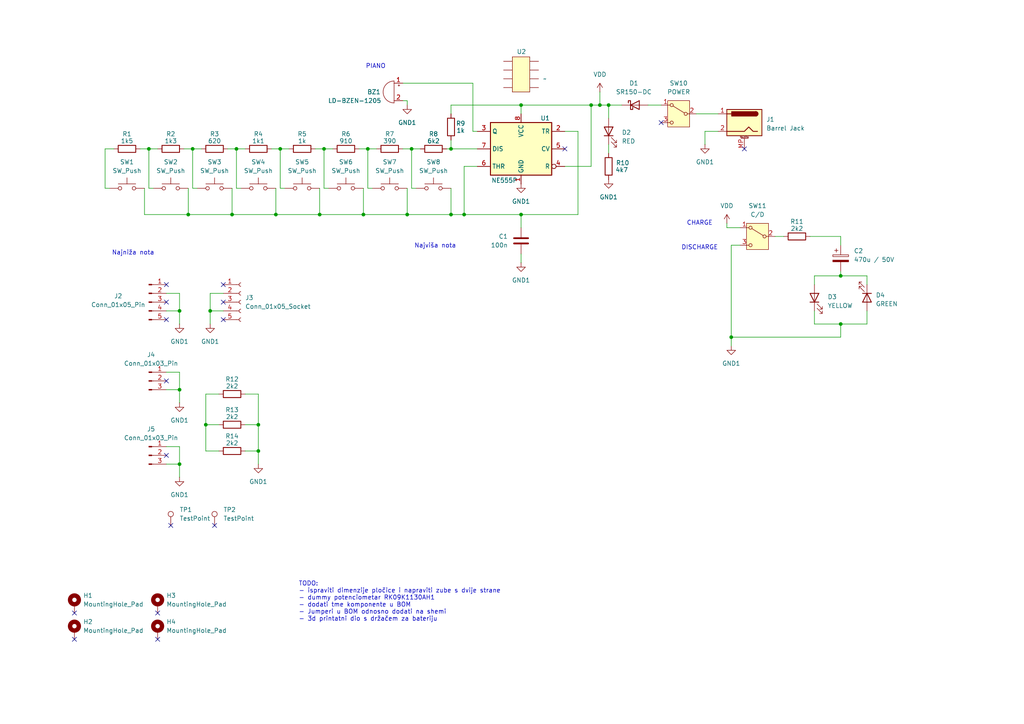
<source format=kicad_sch>
(kicad_sch (version 20250114) (generator "eeschema") (generator_version "9.0")
  (paper "A4")
  (lib_symbols
    (symbol "Connector:Barrel_Jack_MountingPin" (pin_names (hide yes))
      (property "Reference" "J" (at 0 5.334 0))
      (property "Value" "Barrel_Jack_MountingPin" (at 1.27 -6.35 0))
      (symbol "Barrel_Jack_MountingPin_0_1"
        (rectangle (start -5.08 3.81) (end 5.08 -3.81) (stroke (width 0.254)) (fill (type background)))
        (polyline (pts (xy -3.81 -2.54) (xy -2.54 -2.54) (xy -1.27 -1.27) (xy 0 -2.54) (xy 2.54 -2.54) (xy 5.08 -2.54)) (stroke (width 0.254)))
        (arc (start -3.302 1.905) (mid -3.9343 2.54) (end -3.302 3.175) (stroke (width 0.254)))
        (arc (start -3.302 1.905) (mid -3.9343 2.54) (end -3.302 3.175) (stroke (width 0.254)) (fill (type outline)))
        (rectangle (start 3.683 3.175) (end -3.302 1.905) (stroke (width 0.254)) (fill (type outline)))
        (polyline (pts (xy 5.08 2.54) (xy 3.81 2.54)) (stroke (width 0.254)))
      )
      (symbol "Barrel_Jack_MountingPin_1_1"
        (polyline (pts (xy -1.016 -4.572) (xy 1.016 -4.572)) (stroke (width 0.1524)))
        (text "Mounting" (at 0 -4.191 0) (effects (font (size 0.381 0.381))))
        (pin passive line (at 0 -7.62 90) (length 3.048) (name "MountPin") (number "MP"))
        (pin passive line (at 7.62 2.54 180) (length 2.54) (name "~") (number "1"))
        (pin passive line (at 7.62 -2.54 180) (length 2.54) (name "~") (number "2"))
      )
    )
    (symbol "Connector:Conn_01x03_Pin" (pin_names (offset 1.016) (hide yes))
      (property "Reference" "J" (at 0 5.08 0))
      (property "Value" "Conn_01x03_Pin" (at 0 -5.08 0))
      (symbol "Conn_01x03_Pin_1_1"
        (rectangle (start 0.8636 2.667) (end 0 2.413) (stroke (width 0.1524)) (fill (type outline)))
        (rectangle (start 0.8636 0.127) (end 0 -0.127) (stroke (width 0.1524)) (fill (type outline)))
        (rectangle (start 0.8636 -2.413) (end 0 -2.667) (stroke (width 0.1524)) (fill (type outline)))
        (polyline (pts (xy 1.27 2.54) (xy 0.8636 2.54)) (stroke (width 0.1524)))
        (polyline (pts (xy 1.27 0) (xy 0.8636 0)) (stroke (width 0.1524)))
        (polyline (pts (xy 1.27 -2.54) (xy 0.8636 -2.54)) (stroke (width 0.1524)))
        (pin passive line (at 5.08 2.54 180) (length 3.81) (name "Pin_1") (number "1"))
        (pin passive line (at 5.08 0 180) (length 3.81) (name "Pin_2") (number "2"))
        (pin passive line (at 5.08 -2.54 180) (length 3.81) (name "Pin_3") (number "3"))
      )
    )
    (symbol "Connector:Conn_01x05_Pin" (pin_names (offset 1.016) (hide yes))
      (property "Reference" "J" (at 0 7.62 0))
      (property "Value" "Conn_01x05_Pin" (at 0 -7.62 0))
      (symbol "Conn_01x05_Pin_1_1"
        (rectangle (start 0.8636 5.207) (end 0 4.953) (stroke (width 0.1524)) (fill (type outline)))
        (rectangle (start 0.8636 2.667) (end 0 2.413) (stroke (width 0.1524)) (fill (type outline)))
        (rectangle (start 0.8636 0.127) (end 0 -0.127) (stroke (width 0.1524)) (fill (type outline)))
        (rectangle (start 0.8636 -2.413) (end 0 -2.667) (stroke (width 0.1524)) (fill (type outline)))
        (rectangle (start 0.8636 -4.953) (end 0 -5.207) (stroke (width 0.1524)) (fill (type outline)))
        (polyline (pts (xy 1.27 5.08) (xy 0.8636 5.08)) (stroke (width 0.1524)))
        (polyline (pts (xy 1.27 2.54) (xy 0.8636 2.54)) (stroke (width 0.1524)))
        (polyline (pts (xy 1.27 0) (xy 0.8636 0)) (stroke (width 0.1524)))
        (polyline (pts (xy 1.27 -2.54) (xy 0.8636 -2.54)) (stroke (width 0.1524)))
        (polyline (pts (xy 1.27 -5.08) (xy 0.8636 -5.08)) (stroke (width 0.1524)))
        (pin passive line (at 5.08 5.08 180) (length 3.81) (name "Pin_1") (number "1"))
        (pin passive line (at 5.08 2.54 180) (length 3.81) (name "Pin_2") (number "2"))
        (pin passive line (at 5.08 0 180) (length 3.81) (name "Pin_3") (number "3"))
        (pin passive line (at 5.08 -2.54 180) (length 3.81) (name "Pin_4") (number "4"))
        (pin passive line (at 5.08 -5.08 180) (length 3.81) (name "Pin_5") (number "5"))
      )
    )
    (symbol "Connector:Conn_01x05_Socket" (pin_names (offset 1.016) (hide yes))
      (property "Reference" "J" (at 0 7.62 0))
      (property "Value" "Conn_01x05_Socket" (at 0 -7.62 0))
      (symbol "Conn_01x05_Socket_1_1"
        (polyline (pts (xy -1.27 5.08) (xy -0.508 5.08)) (stroke (width 0.1524)))
        (polyline (pts (xy -1.27 2.54) (xy -0.508 2.54)) (stroke (width 0.1524)))
        (polyline (pts (xy -1.27 0) (xy -0.508 0)) (stroke (width 0.1524)))
        (polyline (pts (xy -1.27 -2.54) (xy -0.508 -2.54)) (stroke (width 0.1524)))
        (polyline (pts (xy -1.27 -5.08) (xy -0.508 -5.08)) (stroke (width 0.1524)))
        (arc (start 0 4.572) (mid -0.5058 5.08) (end 0 5.588) (stroke (width 0.1524)))
        (arc (start 0 2.032) (mid -0.5058 2.54) (end 0 3.048) (stroke (width 0.1524)))
        (arc (start 0 -0.508) (mid -0.5058 0) (end 0 0.508) (stroke (width 0.1524)))
        (arc (start 0 -3.048) (mid -0.5058 -2.54) (end 0 -2.032) (stroke (width 0.1524)))
        (arc (start 0 -5.588) (mid -0.5058 -5.08) (end 0 -4.572) (stroke (width 0.1524)))
        (pin passive line (at -5.08 5.08 0) (length 3.81) (name "Pin_1") (number "1"))
        (pin passive line (at -5.08 2.54 0) (length 3.81) (name "Pin_2") (number "2"))
        (pin passive line (at -5.08 0 0) (length 3.81) (name "Pin_3") (number "3"))
        (pin passive line (at -5.08 -2.54 0) (length 3.81) (name "Pin_4") (number "4"))
        (pin passive line (at -5.08 -5.08 0) (length 3.81) (name "Pin_5") (number "5"))
      )
    )
    (symbol "Connector:TestPoint" (pin_numbers (hide yes)) (pin_names (offset 0.762) (hide yes))
      (property "Reference" "TP" (at 0 6.858 0))
      (property "Value" "TestPoint" (at 0 5.08 0))
      (symbol "TestPoint_0_1"
        (circle (center 0 3.302) (radius 0.762))
      )
      (symbol "TestPoint_1_1"
        (pin passive line (at 0 0 90) (length 2.54) (name "1") (number "1"))
      )
    )
    (symbol "Device:Buzzer" (pin_names (offset 0.0254) (hide yes))
      (property "Reference" "BZ" (at 3.81 1.27 0))
      (property "Value" "Buzzer" (at 3.81 -1.27 0))
      (symbol "Buzzer_0_1"
        (polyline (pts (xy -1.651 1.905) (xy -1.143 1.905)))
        (polyline (pts (xy -1.397 2.159) (xy -1.397 1.651)))
        (arc (start 0 3.175) (mid 3.1612 0) (end 0 -3.175))
        (polyline (pts (xy 0 3.175) (xy 0 -3.175)))
      )
      (symbol "Buzzer_1_1"
        (pin passive line (at -2.54 2.54 0) (length 2.54) (name "+") (number "1"))
        (pin passive line (at -2.54 -2.54 0) (length 2.54) (name "-") (number "2"))
      )
    )
    (symbol "Device:C" (pin_numbers (hide yes)) (pin_names (offset 0.254))
      (property "Reference" "C" (at 0.635 2.54 0))
      (property "Value" "C" (at 0.635 -2.54 0))
      (symbol "C_0_1"
        (polyline (pts (xy -2.032 0.762) (xy 2.032 0.762)) (stroke (width 0.508)))
        (polyline (pts (xy -2.032 -0.762) (xy 2.032 -0.762)) (stroke (width 0.508)))
      )
      (symbol "C_1_1"
        (pin passive line (at 0 3.81 270) (length 2.794) (name "~") (number "1"))
        (pin passive line (at 0 -3.81 90) (length 2.794) (name "~") (number "2"))
      )
    )
    (symbol "Device:C_Polarized" (pin_numbers (hide yes)) (pin_names (offset 0.254))
      (property "Reference" "C" (at 0.635 2.54 0))
      (property "Value" "C_Polarized" (at 0.635 -2.54 0))
      (symbol "C_Polarized_0_1"
        (rectangle (start -2.286 0.508) (end 2.286 1.016))
        (polyline (pts (xy -1.778 2.286) (xy -0.762 2.286)))
        (polyline (pts (xy -1.27 2.794) (xy -1.27 1.778)))
        (rectangle (start 2.286 -0.508) (end -2.286 -1.016) (fill (type outline)))
      )
      (symbol "C_Polarized_1_1"
        (pin passive line (at 0 3.81 270) (length 2.794) (name "~") (number "1"))
        (pin passive line (at 0 -3.81 90) (length 2.794) (name "~") (number "2"))
      )
    )
    (symbol "Device:D_Schottky" (pin_numbers (hide yes)) (pin_names (offset 1.016) (hide yes))
      (property "Reference" "D" (at 0 2.54 0))
      (property "Value" "D_Schottky" (at 0 -2.54 0))
      (symbol "D_Schottky_0_1"
        (polyline (pts (xy -1.905 0.635) (xy -1.905 1.27) (xy -1.27 1.27) (xy -1.27 -1.27) (xy -0.635 -1.27) (xy -0.635 -0.635)) (stroke (width 0.254)))
        (polyline (pts (xy 1.27 1.27) (xy 1.27 -1.27) (xy -1.27 0) (xy 1.27 1.27)) (stroke (width 0.254)))
        (polyline (pts (xy 1.27 0) (xy -1.27 0)))
      )
      (symbol "D_Schottky_1_1"
        (pin passive line (at -3.81 0 0) (length 2.54) (name "K") (number "1"))
        (pin passive line (at 3.81 0 180) (length 2.54) (name "A") (number "2"))
      )
    )
    (symbol "Device:LED" (pin_numbers (hide yes)) (pin_names (offset 1.016) (hide yes))
      (property "Reference" "D" (at 0 2.54 0))
      (property "Value" "LED" (at 0 -2.54 0))
      (symbol "LED_0_1"
        (polyline (pts (xy -3.048 -0.762) (xy -4.572 -2.286) (xy -3.81 -2.286) (xy -4.572 -2.286) (xy -4.572 -1.524)))
        (polyline (pts (xy -1.778 -0.762) (xy -3.302 -2.286) (xy -2.54 -2.286) (xy -3.302 -2.286) (xy -3.302 -1.524)))
        (polyline (pts (xy -1.27 0) (xy 1.27 0)))
        (polyline (pts (xy -1.27 -1.27) (xy -1.27 1.27)) (stroke (width 0.254)))
        (polyline (pts (xy 1.27 -1.27) (xy 1.27 1.27) (xy -1.27 0) (xy 1.27 -1.27)) (stroke (width 0.254)))
      )
      (symbol "LED_1_1"
        (pin passive line (at -3.81 0 0) (length 2.54) (name "K") (number "1"))
        (pin passive line (at 3.81 0 180) (length 2.54) (name "A") (number "2"))
      )
    )
    (symbol "Device:R" (pin_numbers (hide yes)) (pin_names (offset 0))
      (property "Reference" "R" (at 2.032 0 90))
      (property "Value" "R" (at 0 0 90))
      (symbol "R_0_1"
        (rectangle (start -1.016 -2.54) (end 1.016 2.54) (stroke (width 0.254)))
      )
      (symbol "R_1_1"
        (pin passive line (at 0 3.81 270) (length 1.27) (name "~") (number "1"))
        (pin passive line (at 0 -3.81 90) (length 1.27) (name "~") (number "2"))
      )
    )
    (symbol "Mechanical:MountingHole_Pad" (pin_numbers (hide yes)) (pin_names (offset 1.016) (hide yes)) (in_bom no)
      (property "Reference" "H" (at 0 6.35 0))
      (property "Value" "MountingHole_Pad" (at 0 4.445 0))
      (symbol "MountingHole_Pad_0_1"
        (circle (center 0 1.27) (radius 1.27) (stroke (width 1.27)))
      )
      (symbol "MountingHole_Pad_1_1"
        (pin input line (at 0 -2.54 90) (length 2.54) (name "1") (number "1"))
      )
    )
    (symbol "Switch:SW_Push" (pin_numbers (hide yes)) (pin_names (offset 1.016) (hide yes))
      (property "Reference" "SW" (at 1.27 2.54 0))
      (property "Value" "SW_Push" (at 0 -1.524 0))
      (symbol "SW_Push_0_1"
        (circle (center -2.032 0) (radius 0.508))
        (polyline (pts (xy 0 1.27) (xy 0 3.048)))
        (circle (center 2.032 0) (radius 0.508))
        (polyline (pts (xy 2.54 1.27) (xy -2.54 1.27)))
        (pin passive line (at -5.08 0 0) (length 2.54) (name "1") (number "1"))
        (pin passive line (at 5.08 0 180) (length 2.54) (name "2") (number "2"))
      )
    )
    (symbol "Switch:SW_SPDT" (pin_names (offset 0) (hide yes))
      (property "Reference" "SW" (at 0 5.08 0))
      (property "Value" "SW_SPDT" (at 0 -5.08 0))
      (symbol "SW_SPDT_0_1"
        (circle (center -2.032 0) (radius 0.4572))
        (polyline (pts (xy -1.651 0.254) (xy 1.651 2.286)))
        (circle (center 2.032 2.54) (radius 0.4572))
        (circle (center 2.032 -2.54) (radius 0.4572))
      )
      (symbol "SW_SPDT_1_1"
        (rectangle (start -3.175 3.81) (end 3.175 -3.81) (fill (type background)))
        (pin passive line (at -5.08 0 0) (length 2.54) (name "B") (number "2"))
        (pin passive line (at 5.08 2.54 180) (length 2.54) (name "A") (number "1"))
        (pin passive line (at 5.08 -2.54 180) (length 2.54) (name "C") (number "3"))
      )
    )
    (symbol "Symbols:ICVT-8P" (on_board no)
      (property "Reference" "U" (at 0 -6.35 0))
      (symbol "ICVT-8P_1_1"
        (rectangle (start -2.54 5.08) (end 2.54 -5.08) (fill (type background)))
        (polyline (pts (xy -2.54 3.81) (xy -5.08 3.81)))
        (polyline (pts (xy -2.54 1.27) (xy -5.08 1.27)))
        (polyline (pts (xy -2.54 -1.27) (xy -5.08 -1.27)))
        (polyline (pts (xy -2.54 -3.81) (xy -5.08 -3.81)))
        (polyline (pts (xy 2.54 3.81) (xy 5.08 3.81)))
        (polyline (pts (xy 2.54 1.27) (xy 5.08 1.27)))
        (polyline (pts (xy 2.54 -1.27) (xy 5.08 -1.27)))
        (polyline (pts (xy 2.54 -3.81) (xy 5.08 -3.81)))
      )
    )
    (symbol "Timer:NE555P"
      (property "Reference" "U" (at -10.16 8.89 0))
      (property "Value" "NE555P" (at 2.54 8.89 0))
      (symbol "NE555P_0_0"
        (pin power_in line (at 0 10.16 270) (length 2.54) (name "VCC") (number "8"))
        (pin power_in line (at 0 -10.16 90) (length 2.54) (name "GND") (number "1"))
      )
      (symbol "NE555P_0_1"
        (rectangle (start -8.89 -7.62) (end 8.89 7.62) (stroke (width 0.254)) (fill (type background)))
        (rectangle (start -8.89 -7.62) (end 8.89 7.62) (stroke (width 0.254)) (fill (type background)))
      )
      (symbol "NE555P_1_1"
        (pin input line (at -12.7 5.08 0) (length 3.81) (name "TR") (number "2"))
        (pin input line (at -12.7 0 0) (length 3.81) (name "CV") (number "5"))
        (pin input inverted (at -12.7 -5.08 0) (length 3.81) (name "R") (number "4"))
        (pin output line (at 12.7 5.08 180) (length 3.81) (name "Q") (number "3"))
        (pin input line (at 12.7 0 180) (length 3.81) (name "DIS") (number "7"))
        (pin input line (at 12.7 -5.08 180) (length 3.81) (name "THR") (number "6"))
      )
    )
    (symbol "power:GND1" (power) (pin_numbers (hide yes)) (pin_names (offset 0) (hide yes))
      (property "Value" "GND1" (at 0 -3.81 0))
      (symbol "GND1_0_1"
        (polyline (pts (xy 0 0) (xy 0 -1.27) (xy 1.27 -1.27) (xy 0 -2.54) (xy -1.27 -1.27) (xy 0 -1.27)))
      )
      (symbol "GND1_1_1"
        (pin power_in line (at 0 0 270) (length 0) (name "~") (number "1"))
      )
    )
    (symbol "power:VDD" (power) (pin_numbers (hide yes)) (pin_names (offset 0) (hide yes))
      (property "Value" "VDD" (at 0 3.556 0))
      (symbol "VDD_0_1"
        (polyline (pts (xy -0.762 1.27) (xy 0 2.54)))
        (polyline (pts (xy 0 2.54) (xy 0.762 1.27)))
        (polyline (pts (xy 0 0) (xy 0 2.54)))
      )
      (symbol "VDD_1_1"
        (pin power_in line (at 0 0 90) (length 0) (name "~") (number "1"))
      )
    )
  )
  (text "TODO:\n- ispraviti dimenzije pločice i napraviti zube s dvije strane\n- dummy potenciometar RK09K1130AH1\n- dodati tme komponente u BOM\n- Jumperi u BOM odnosno dodati na shemi\n- 3d printatni dio s držačem za bateriju\n" (at 86.614 174.498 0) (effects (font (size 1.27 1.27)) (justify left)))
  (text "Najniža nota" (at 38.608 73.406 0) (effects (font (size 1.27 1.27))))
  (text "CHARGE" (at 202.946 64.77 0) (effects (font (size 1.27 1.27))))
  (text "DISCHARGE" (at 202.946 71.882 0) (effects (font (size 1.27 1.27))))
  (text "PIANO" (at 108.966 19.304 0) (effects (font (size 1.27 1.27))))
  (text "Najviša nota" (at 126.238 71.374 0) (effects (font (size 1.27 1.27))))
  (junction (at 119.38 43.18))
  (junction (at 52.07 90.17))
  (junction (at 118.11 62.23))
  (junction (at 74.93 123.19))
  (junction (at 92.71 62.23))
  (junction (at 173.99 30.48))
  (junction (at 151.13 30.48))
  (junction (at 134.62 62.23))
  (junction (at 74.93 130.81))
  (junction (at 106.68 43.18))
  (junction (at 43.18 43.18))
  (junction (at 55.88 43.18))
  (junction (at 60.96 90.17))
  (junction (at 243.84 80.01))
  (junction (at 67.31 62.23))
  (junction (at 80.01 62.23))
  (junction (at 68.58 43.18))
  (junction (at 59.69 123.19))
  (junction (at 93.98 43.18))
  (junction (at 176.53 30.48))
  (junction (at 105.41 62.23))
  (junction (at 54.61 62.23))
  (junction (at 52.07 134.62))
  (junction (at 151.13 62.23))
  (junction (at 243.84 93.98))
  (junction (at 130.81 43.18))
  (junction (at 212.09 97.79))
  (junction (at 171.45 30.48))
  (junction (at 81.28 43.18))
  (junction (at 130.81 62.23))
  (junction (at 52.07 113.03))
  (no_connect (at 21.59 177.8))
  (no_connect (at 45.72 185.42))
  (no_connect (at 163.83 43.18))
  (no_connect (at 64.77 82.55))
  (no_connect (at 64.77 87.63))
  (no_connect (at 62.23 152.4))
  (no_connect (at 49.53 152.4))
  (no_connect (at 48.26 87.63))
  (no_connect (at 48.26 82.55))
  (no_connect (at 21.59 185.42))
  (no_connect (at 191.77 35.56))
  (no_connect (at 48.26 132.08))
  (no_connect (at 45.72 177.8))
  (no_connect (at 64.77 92.71))
  (no_connect (at 48.26 92.71))
  (no_connect (at 215.9 43.18))
  (no_connect (at 48.26 110.49))
  (wire (pts (xy 63.5 130.81) (xy 59.69 130.81)))
  (wire (pts (xy 210.82 66.04) (xy 210.82 64.77)))
  (wire (pts (xy 212.09 71.12) (xy 214.63 71.12)))
  (wire (pts (xy 214.63 66.04) (xy 210.82 66.04)))
  (wire (pts (xy 119.38 43.18) (xy 121.92 43.18)))
  (wire (pts (xy 60.96 85.09) (xy 64.77 85.09)))
  (wire (pts (xy 48.26 129.54) (xy 52.07 129.54)))
  (wire (pts (xy 107.95 54.61) (xy 106.68 54.61)))
  (wire (pts (xy 68.58 43.18) (xy 68.58 54.61)))
  (wire (pts (xy 167.64 38.1) (xy 167.64 62.23)))
  (wire (pts (xy 119.38 54.61) (xy 119.38 43.18)))
  (wire (pts (xy 55.88 54.61) (xy 55.88 43.18)))
  (wire (pts (xy 48.26 113.03) (xy 52.07 113.03)))
  (wire (pts (xy 71.12 130.81) (xy 74.93 130.81)))
  (wire (pts (xy 67.31 62.23) (xy 67.31 54.61)))
  (wire (pts (xy 30.48 43.18) (xy 33.02 43.18)))
  (wire (pts (xy 45.72 43.18) (xy 43.18 43.18)))
  (wire (pts (xy 93.98 54.61) (xy 93.98 43.18)))
  (wire (pts (xy 116.84 29.21) (xy 118.11 29.21)))
  (wire (pts (xy 30.48 54.61) (xy 30.48 43.18)))
  (wire (pts (xy 118.11 62.23) (xy 105.41 62.23)))
  (wire (pts (xy 80.01 54.61) (xy 80.01 62.23)))
  (wire (pts (xy 80.01 62.23) (xy 67.31 62.23)))
  (wire (pts (xy 52.07 90.17) (xy 52.07 85.09)))
  (wire (pts (xy 251.46 93.98) (xy 251.46 90.17)))
  (wire (pts (xy 176.53 41.91) (xy 176.53 44.45)))
  (wire (pts (xy 48.26 134.62) (xy 52.07 134.62)))
  (wire (pts (xy 57.15 54.61) (xy 55.88 54.61)))
  (wire (pts (xy 55.88 43.18) (xy 53.34 43.18)))
  (wire (pts (xy 74.93 134.62) (xy 74.93 130.81)))
  (wire (pts (xy 82.55 54.61) (xy 81.28 54.61)))
  (wire (pts (xy 81.28 54.61) (xy 81.28 43.18)))
  (wire (pts (xy 137.16 38.1) (xy 137.16 24.13)))
  (wire (pts (xy 130.81 62.23) (xy 118.11 62.23)))
  (wire (pts (xy 59.69 114.3) (xy 63.5 114.3)))
  (wire (pts (xy 48.26 107.95) (xy 52.07 107.95)))
  (wire (pts (xy 71.12 123.19) (xy 74.93 123.19)))
  (wire (pts (xy 151.13 33.02) (xy 151.13 30.48)))
  (wire (pts (xy 54.61 54.61) (xy 54.61 62.23)))
  (wire (pts (xy 243.84 97.79) (xy 212.09 97.79)))
  (wire (pts (xy 55.88 43.18) (xy 58.42 43.18)))
  (wire (pts (xy 41.91 62.23) (xy 54.61 62.23)))
  (wire (pts (xy 44.45 54.61) (xy 43.18 54.61)))
  (wire (pts (xy 204.47 38.1) (xy 204.47 41.91)))
  (wire (pts (xy 130.81 30.48) (xy 130.81 33.02)))
  (wire (pts (xy 52.07 113.03) (xy 52.07 116.84)))
  (wire (pts (xy 212.09 97.79) (xy 212.09 100.33)))
  (wire (pts (xy 151.13 30.48) (xy 130.81 30.48)))
  (wire (pts (xy 54.61 62.23) (xy 67.31 62.23)))
  (wire (pts (xy 52.07 107.95) (xy 52.07 113.03)))
  (wire (pts (xy 130.81 40.64) (xy 130.81 43.18)))
  (wire (pts (xy 52.07 129.54) (xy 52.07 134.62)))
  (wire (pts (xy 81.28 43.18) (xy 78.74 43.18)))
  (wire (pts (xy 151.13 62.23) (xy 151.13 66.04)))
  (wire (pts (xy 118.11 29.21) (xy 118.11 30.48)))
  (wire (pts (xy 74.93 123.19) (xy 74.93 114.3)))
  (wire (pts (xy 105.41 62.23) (xy 92.71 62.23)))
  (wire (pts (xy 176.53 30.48) (xy 180.34 30.48)))
  (wire (pts (xy 52.07 134.62) (xy 52.07 138.43)))
  (wire (pts (xy 173.99 26.67) (xy 173.99 30.48)))
  (wire (pts (xy 119.38 43.18) (xy 116.84 43.18)))
  (wire (pts (xy 60.96 90.17) (xy 60.96 93.98)))
  (wire (pts (xy 251.46 82.55) (xy 251.46 80.01)))
  (wire (pts (xy 31.75 54.61) (xy 30.48 54.61)))
  (wire (pts (xy 83.82 43.18) (xy 81.28 43.18)))
  (wire (pts (xy 120.65 54.61) (xy 119.38 54.61)))
  (wire (pts (xy 151.13 73.66) (xy 151.13 76.2)))
  (wire (pts (xy 74.93 130.81) (xy 74.93 123.19)))
  (wire (pts (xy 68.58 43.18) (xy 66.04 43.18)))
  (wire (pts (xy 60.96 90.17) (xy 60.96 85.09)))
  (wire (pts (xy 151.13 62.23) (xy 134.62 62.23)))
  (wire (pts (xy 64.77 90.17) (xy 60.96 90.17)))
  (wire (pts (xy 163.83 48.26) (xy 171.45 48.26)))
  (wire (pts (xy 138.43 38.1) (xy 137.16 38.1)))
  (wire (pts (xy 243.84 93.98) (xy 251.46 93.98)))
  (wire (pts (xy 236.22 80.01) (xy 243.84 80.01)))
  (wire (pts (xy 234.95 68.58) (xy 243.84 68.58)))
  (wire (pts (xy 243.84 71.12) (xy 243.84 68.58)))
  (wire (pts (xy 95.25 54.61) (xy 93.98 54.61)))
  (wire (pts (xy 204.47 38.1) (xy 208.28 38.1)))
  (wire (pts (xy 138.43 43.18) (xy 130.81 43.18)))
  (wire (pts (xy 243.84 93.98) (xy 243.84 97.79)))
  (wire (pts (xy 48.26 90.17) (xy 52.07 90.17)))
  (wire (pts (xy 212.09 97.79) (xy 212.09 71.12)))
  (wire (pts (xy 92.71 54.61) (xy 92.71 62.23)))
  (wire (pts (xy 187.96 30.48) (xy 191.77 30.48)))
  (wire (pts (xy 137.16 24.13) (xy 116.84 24.13)))
  (wire (pts (xy 130.81 54.61) (xy 130.81 62.23)))
  (wire (pts (xy 93.98 43.18) (xy 91.44 43.18)))
  (wire (pts (xy 74.93 114.3) (xy 71.12 114.3)))
  (wire (pts (xy 251.46 80.01) (xy 243.84 80.01)))
  (wire (pts (xy 201.93 33.02) (xy 208.28 33.02)))
  (wire (pts (xy 106.68 43.18) (xy 104.14 43.18)))
  (wire (pts (xy 118.11 54.61) (xy 118.11 62.23)))
  (wire (pts (xy 69.85 54.61) (xy 68.58 54.61)))
  (wire (pts (xy 134.62 62.23) (xy 130.81 62.23)))
  (wire (pts (xy 96.52 43.18) (xy 93.98 43.18)))
  (wire (pts (xy 59.69 123.19) (xy 63.5 123.19)))
  (wire (pts (xy 236.22 93.98) (xy 243.84 93.98)))
  (wire (pts (xy 134.62 48.26) (xy 134.62 62.23)))
  (wire (pts (xy 43.18 43.18) (xy 43.18 54.61)))
  (wire (pts (xy 105.41 54.61) (xy 105.41 62.23)))
  (wire (pts (xy 224.79 68.58) (xy 227.33 68.58)))
  (wire (pts (xy 138.43 48.26) (xy 134.62 48.26)))
  (wire (pts (xy 59.69 123.19) (xy 59.69 114.3)))
  (wire (pts (xy 43.18 43.18) (xy 40.64 43.18)))
  (wire (pts (xy 173.99 30.48) (xy 176.53 30.48)))
  (wire (pts (xy 236.22 82.55) (xy 236.22 80.01)))
  (wire (pts (xy 167.64 62.23) (xy 151.13 62.23)))
  (wire (pts (xy 106.68 54.61) (xy 106.68 43.18)))
  (wire (pts (xy 109.22 43.18) (xy 106.68 43.18)))
  (wire (pts (xy 151.13 30.48) (xy 171.45 30.48)))
  (wire (pts (xy 52.07 90.17) (xy 52.07 93.98)))
  (wire (pts (xy 171.45 30.48) (xy 173.99 30.48)))
  (wire (pts (xy 171.45 48.26) (xy 171.45 30.48)))
  (wire (pts (xy 59.69 130.81) (xy 59.69 123.19)))
  (wire (pts (xy 41.91 54.61) (xy 41.91 62.23)))
  (wire (pts (xy 52.07 85.09) (xy 48.26 85.09)))
  (wire (pts (xy 176.53 30.48) (xy 176.53 34.29)))
  (wire (pts (xy 163.83 38.1) (xy 167.64 38.1)))
  (wire (pts (xy 92.71 62.23) (xy 80.01 62.23)))
  (wire (pts (xy 243.84 80.01) (xy 243.84 78.74)))
  (wire (pts (xy 71.12 43.18) (xy 68.58 43.18)))
  (wire (pts (xy 130.81 43.18) (xy 129.54 43.18)))
  (wire (pts (xy 236.22 90.17) (xy 236.22 93.98)))
  (symbol (lib_id "Mechanical:MountingHole_Pad") (at 45.72 175.26 0) (unit 1) (in_bom no)
    (property "Reference" "H3" (at 48.26 172.7199 0) (effects (justify left)))
    (property "Value" "MountingHole_Pad" (at 48.26 175.2599 0) (effects (justify left)))
    (property "Footprint" "MountingHole:MountingHole_3.2mm_M3_Pad_Via" (effects (hide yes)))
    (property "Description" "Mounting Hole with connection" (effects (hide yes)))
  )
  (symbol (lib_id "Device:R") (at 130.81 36.83 0) (mirror x) (unit 1)
    (property "Reference" "R9" (at 133.604 35.814 0))
    (property "Value" "1k" (at 133.604 37.846 0))
    (property "Footprint" "Resistor_THT:R_Axial_DIN0207_L6.3mm_D2.5mm_P10.16mm_Horizontal" (effects (hide yes)))
    (property "Description" "Resistor" (effects (hide yes)))
    (property "TME Part Number" "1/4W1.0K" (effects (hide yes)))
  )
  (symbol (lib_id "Device:R") (at 36.83 43.18 270) (mirror x) (unit 1)
    (property "Reference" "R1" (at 36.83 38.862 90))
    (property "Value" "1k5" (at 36.83 40.894 90))
    (property "Footprint" "Resistor_THT:R_Axial_DIN0207_L6.3mm_D2.5mm_P10.16mm_Horizontal" (effects (hide yes)))
    (property "Description" "Resistor" (effects (hide yes)))
    (property "TME Part Number" "1/4W1.5K" (effects (hide yes)))
  )
  (symbol (lib_id "Device:R") (at 67.31 114.3 270) (mirror x) (unit 1)
    (property "Reference" "R12" (at 67.31 109.982 90))
    (property "Value" "2k2" (at 67.31 112.014 90))
    (property "Footprint" "Resistor_THT:R_Axial_DIN0207_L6.3mm_D2.5mm_P2.54mm_Vertical" (effects (hide yes)))
    (property "Description" "Resistor" (effects (hide yes)))
    (property "TME Part Number" "1/4W2.2K" (effects (hide yes)))
  )
  (symbol (lib_id "power:GND1") (at 60.96 93.98 0) (unit 1)
    (property "Reference" "#PWR010" (effects (hide yes)))
    (property "Value" "GND1" (at 60.96 99.06 0))
    (property "Description" "Power symbol creates a global label with name \"GND1\" , ground" (effects (hide yes)))
  )
  (symbol (lib_id "power:GND1") (at 52.07 138.43 0) (mirror y) (unit 1)
    (property "Reference" "#PWR012" (effects (hide yes)))
    (property "Value" "GND1" (at 52.07 143.51 0))
    (property "Description" "Power symbol creates a global label with name \"GND1\" , ground" (effects (hide yes)))
  )
  (symbol (lib_id "Switch:SW_Push") (at 62.23 54.61 0) (unit 1)
    (property "Reference" "SW3" (at 62.23 46.99 0))
    (property "Value" "SW_Push" (at 62.23 49.53 0))
    (property "Footprint" "Button_Switch_THT:SW_PUSH_6mm_H4.3mm" (effects (hide yes)))
    (property "Description" "Push button switch, generic, two pins" (effects (hide yes)))
    (property "TME Part Number" "TACT-64K-F" (effects (hide yes)))
  )
  (symbol (lib_id "Device:R") (at 113.03 43.18 270) (mirror x) (unit 1)
    (property "Reference" "R7" (at 113.03 38.862 90))
    (property "Value" "390" (at 113.03 40.894 90))
    (property "Footprint" "Resistor_THT:R_Axial_DIN0207_L6.3mm_D2.5mm_P10.16mm_Horizontal" (effects (hide yes)))
    (property "Description" "Resistor" (effects (hide yes)))
    (property "TME Part Number" "CF1/4W-390R" (effects (hide yes)))
  )
  (symbol (lib_id "Device:R") (at 67.31 130.81 270) (mirror x) (unit 1)
    (property "Reference" "R14" (at 67.31 126.492 90))
    (property "Value" "2k2" (at 67.31 128.524 90))
    (property "Footprint" "Resistor_THT:R_Axial_DIN0207_L6.3mm_D2.5mm_P2.54mm_Vertical" (effects (hide yes)))
    (property "Description" "Resistor" (effects (hide yes)))
    (property "TME Part Number" "1/4W2.2K" (effects (hide yes)))
  )
  (symbol (lib_id "Switch:SW_SPDT") (at 196.85 33.02 0) (mirror y) (unit 1)
    (property "Reference" "SW10" (at 196.85 24.13 0))
    (property "Value" "POWER" (at 196.85 26.67 0))
    (property "Footprint" "Footprint:OS102011MS2QN1" (effects (hide yes)))
    (property "Description" "Switch, single pole double throw" (effects (hide yes)))
    (property "TME Part Number" "OS102011MS2QN1" (effects (hide yes)))
  )
  (symbol (lib_id "Connector:Conn_01x05_Pin") (at 43.18 87.63 0) (unit 1)
    (property "Reference" "J2" (at 34.29 85.852 0))
    (property "Value" "Conn_01x05_Pin" (at 34.29 88.392 0))
    (property "Footprint" "Connector_PinHeader_2.54mm:PinHeader_1x05_P2.54mm_Horizontal" (effects (hide yes)))
    (property "Description" "Generic connector, single row, 01x05, script generated" (effects (hide yes)))
  )
  (symbol (lib_id "Timer:NE555P") (at 151.13 43.18 0) (mirror y) (unit 1)
    (property "Reference" "U1" (at 159.512 34.29 0) (effects (justify left)))
    (property "Value" "NE555P" (at 150.114 52.324 0) (effects (justify left)))
    (property "Footprint" "Footprint:DIP-8_W7.62mm-socket" (effects (hide yes)))
    (property "Datasheet" "http://www.ti.com/lit/ds/symlink/ne555.pdf" (effects (hide yes)))
    (property "Description" "Precision Timers, 555 compatible,  PDIP-8" (effects (hide yes)))
    (property "TME Part Number" "NE555P" (effects (hide yes)))
  )
  (symbol (lib_id "power:GND1") (at 52.07 93.98 0) (mirror y) (unit 1)
    (property "Reference" "#PWR09" (effects (hide yes)))
    (property "Value" "GND1" (at 52.07 99.06 0))
    (property "Description" "Power symbol creates a global label with name \"GND1\" , ground" (effects (hide yes)))
  )
  (symbol (lib_id "Device:LED") (at 236.22 86.36 90) (unit 1)
    (property "Reference" "D3" (at 240.03 86.106 90) (effects (justify right)))
    (property "Value" "YELLOW" (at 240.03 88.646 90) (effects (justify right)))
    (property "Footprint" "LED_THT:LED_D5.0mm" (effects (hide yes)))
    (property "Description" "Light emitting diode" (effects (hide yes)))
    (property "Sim.Pins" "1=K 2=A" (effects (hide yes)))
    (property "TME Part Number" "1383UYD/S530-A3" (effects (hide yes)))
  )
  (symbol (lib_id "power:GND1") (at 204.47 41.91 0) (mirror y) (unit 1)
    (property "Reference" "#PWR04" (effects (hide yes)))
    (property "Value" "GND1" (at 204.47 46.99 0))
    (property "Description" "Power symbol creates a global label with name \"GND1\" , ground" (effects (hide yes)))
  )
  (symbol (lib_id "Device:LED") (at 176.53 38.1 90) (unit 1)
    (property "Reference" "D2" (at 180.34 38.4174 90) (effects (justify right)))
    (property "Value" "RED" (at 180.34 40.9574 90) (effects (justify right)))
    (property "Footprint" "LED_THT:LED_D5.0mm" (effects (hide yes)))
    (property "Description" "Light emitting diode" (effects (hide yes)))
    (property "Sim.Pins" "1=K 2=A" (effects (hide yes)))
    (property "TME Part Number" "1383-2SURD/S530-A3" (effects (hide yes)))
  )
  (symbol (lib_id "Switch:SW_Push") (at 49.53 54.61 0) (unit 1)
    (property "Reference" "SW2" (at 49.53 46.99 0))
    (property "Value" "SW_Push" (at 49.53 49.53 0))
    (property "Footprint" "Button_Switch_THT:SW_PUSH_6mm_H4.3mm" (effects (hide yes)))
    (property "Description" "Push button switch, generic, two pins" (effects (hide yes)))
    (property "TME Part Number" "TACT-64K-F" (effects (hide yes)))
  )
  (symbol (lib_id "power:GND1") (at 52.07 116.84 0) (mirror y) (unit 1)
    (property "Reference" "#PWR011" (effects (hide yes)))
    (property "Value" "GND1" (at 52.07 121.92 0))
    (property "Description" "Power symbol creates a global label with name \"GND1\" , ground" (effects (hide yes)))
  )
  (symbol (lib_id "Device:C_Polarized") (at 243.84 74.93 0) (unit 1)
    (property "Reference" "C2" (at 247.65 72.7709 0) (effects (justify left)))
    (property "Value" "470u / 50V" (at 247.65 75.3109 0) (effects (justify left)))
    (property "Footprint" "Capacitor_THT:CP_Radial_D10.0mm_P5.00mm" (effects (hide yes)))
    (property "Description" "Polarized capacitor" (effects (hide yes)))
    (property "TME Part Number" "EEUFR1E471" (effects (hide yes)))
  )
  (symbol (lib_id "Mechanical:MountingHole_Pad") (at 45.72 182.88 0) (unit 1) (in_bom no)
    (property "Reference" "H4" (at 48.26 180.3399 0) (effects (justify left)))
    (property "Value" "MountingHole_Pad" (at 48.26 182.8799 0) (effects (justify left)))
    (property "Footprint" "MountingHole:MountingHole_3.2mm_M3_Pad_Via" (effects (hide yes)))
    (property "Description" "Mounting Hole with connection" (effects (hide yes)))
  )
  (symbol (lib_id "Device:R") (at 125.73 43.18 270) (mirror x) (unit 1)
    (property "Reference" "R8" (at 125.73 38.862 90))
    (property "Value" "6k2" (at 125.73 40.894 90))
    (property "Footprint" "Resistor_THT:R_Axial_DIN0207_L6.3mm_D2.5mm_P10.16mm_Horizontal" (effects (hide yes)))
    (property "Description" "Resistor" (effects (hide yes)))
    (property "TME Part Number" "1/4W6.2K" (effects (hide yes)))
  )
  (symbol (lib_id "Connector:Conn_01x03_Pin") (at 43.18 132.08 0) (unit 1)
    (property "Reference" "J5" (at 43.815 124.46 0))
    (property "Value" "Conn_01x03_Pin" (at 43.815 127 0))
    (property "Footprint" "Connector_PinHeader_2.54mm:PinHeader_1x03_P2.54mm_Vertical" (effects (hide yes)))
    (property "Description" "Generic connector, single row, 01x03, script generated" (effects (hide yes)))
  )
  (symbol (lib_id "power:GND1") (at 151.13 76.2 0) (mirror y) (unit 1)
    (property "Reference" "#PWR03" (effects (hide yes)))
    (property "Value" "GND1" (at 151.13 81.28 0))
    (property "Description" "Power symbol creates a global label with name \"GND1\" , ground" (effects (hide yes)))
  )
  (symbol (lib_id "power:GND1") (at 212.09 100.33 0) (mirror y) (unit 1)
    (property "Reference" "#PWR08" (effects (hide yes)))
    (property "Value" "GND1" (at 212.09 105.41 0))
    (property "Description" "Power symbol creates a global label with name \"GND1\" , ground" (effects (hide yes)))
  )
  (symbol (lib_id "Connector:Barrel_Jack_MountingPin") (at 215.9 35.56 0) (mirror y) (unit 1)
    (property "Reference" "J1" (at 222.25 34.6455 0) (effects (justify right)))
    (property "Value" "Barrel Jack" (at 222.25 37.1855 0) (effects (justify right)))
    (property "Footprint" "Footprint:DCJ250-10-A-K1-K" (effects (hide yes)))
    (property "Description" "DC Barrel Jack with a mounting pin" (effects (hide yes)))
    (property "TME Part Number" "DCJ250-10-A-K1-K" (effects (hide yes)))
  )
  (symbol (lib_id "Device:C") (at 151.13 69.85 0) (mirror y) (unit 1)
    (property "Reference" "C1" (at 147.32 68.5799 0) (effects (justify left)))
    (property "Value" "100n" (at 147.32 71.1199 0) (effects (justify left)))
    (property "Footprint" "Capacitor_THT:C_Disc_D3.0mm_W1.6mm_P2.50mm" (effects (hide yes)))
    (property "Description" "Unpolarized capacitor" (effects (hide yes)))
    (property "TME Part Number" "CCT-100N/50V-S" (effects (hide yes)))
  )
  (symbol (lib_id "Mechanical:MountingHole_Pad") (at 21.59 175.26 0) (unit 1) (in_bom no)
    (property "Reference" "H1" (at 24.13 172.7199 0) (effects (justify left)))
    (property "Value" "MountingHole_Pad" (at 24.13 175.2599 0) (effects (justify left)))
    (property "Footprint" "MountingHole:MountingHole_3.2mm_M3_Pad_Via" (effects (hide yes)))
    (property "Description" "Mounting Hole with connection" (effects (hide yes)))
  )
  (symbol (lib_id "Device:R") (at 176.53 48.26 0) (mirror x) (unit 1)
    (property "Reference" "R10" (at 180.594 47.244 0))
    (property "Value" "4k7" (at 180.34 49.276 0))
    (property "Footprint" "Resistor_THT:R_Axial_DIN0207_L6.3mm_D2.5mm_P10.16mm_Horizontal" (effects (hide yes)))
    (property "Description" "Resistor" (effects (hide yes)))
    (property "TME Part Number" "1/4W4.7K" (effects (hide yes)))
  )
  (symbol (lib_id "power:GND1") (at 176.53 52.07 0) (mirror y) (unit 1)
    (property "Reference" "#PWR05" (effects (hide yes)))
    (property "Value" "GND1" (at 176.53 57.15 0))
    (property "Description" "Power symbol creates a global label with name \"GND1\" , ground" (effects (hide yes)))
  )
  (symbol (lib_id "Device:R") (at 100.33 43.18 270) (mirror x) (unit 1)
    (property "Reference" "R6" (at 100.33 38.862 90))
    (property "Value" "910" (at 100.33 40.894 90))
    (property "Footprint" "Resistor_THT:R_Axial_DIN0207_L6.3mm_D2.5mm_P10.16mm_Horizontal" (effects (hide yes)))
    (property "Description" "Resistor" (effects (hide yes)))
    (property "TME Part Number" "1/4W910R" (effects (hide yes)))
  )
  (symbol (lib_id "Device:Buzzer") (at 114.3 26.67 0) (mirror y) (unit 1)
    (property "Reference" "BZ1" (at 108.458 26.67 0))
    (property "Value" "LD-BZEN-1205" (at 102.87 29.21 0))
    (property "Footprint" "Footprint:LD-BZEN-1205" (effects (hide yes)))
    (property "Description" "Buzzer, polarized" (effects (hide yes)))
    (property "TME Part Number" "LD-BZEN-1205" (effects (hide yes)))
  )
  (symbol (lib_id "Device:R") (at 62.23 43.18 270) (mirror x) (unit 1)
    (property "Reference" "R3" (at 62.23 38.862 90))
    (property "Value" "620" (at 62.23 40.894 90))
    (property "Footprint" "Resistor_THT:R_Axial_DIN0207_L6.3mm_D2.5mm_P10.16mm_Horizontal" (effects (hide yes)))
    (property "Description" "Resistor" (effects (hide yes)))
    (property "TME Part Number" "1/4W620R" (effects (hide yes)))
  )
  (symbol (lib_id "Connector:TestPoint") (at 49.53 152.4 0) (unit 1)
    (property "Reference" "TP1" (at 52.07 147.8279 0) (effects (justify left)))
    (property "Value" "TestPoint" (at 52.07 150.3679 0) (effects (justify left)))
    (property "Footprint" "Footprint:Wire" (effects (hide yes)))
    (property "Description" "test point" (effects (hide yes)))
  )
  (symbol (lib_id "Device:R") (at 231.14 68.58 270) (mirror x) (unit 1)
    (property "Reference" "R11" (at 231.14 64.262 90))
    (property "Value" "2k2" (at 231.14 66.294 90))
    (property "Footprint" "Resistor_THT:R_Axial_DIN0207_L6.3mm_D2.5mm_P10.16mm_Horizontal" (effects (hide yes)))
    (property "Description" "Resistor" (effects (hide yes)))
    (property "TME Part Number" "1/4W2.2K" (effects (hide yes)))
  )
  (symbol (lib_id "power:GND1") (at 74.93 134.62 0) (mirror y) (unit 1)
    (property "Reference" "#PWR013" (effects (hide yes)))
    (property "Value" "GND1" (at 74.93 139.7 0))
    (property "Description" "Power symbol creates a global label with name \"GND1\" , ground" (effects (hide yes)))
  )
  (symbol (lib_id "Switch:SW_SPDT") (at 219.71 68.58 0) (mirror y) (unit 1)
    (property "Reference" "SW11" (at 219.71 59.69 0))
    (property "Value" "C/D" (at 219.71 62.23 0))
    (property "Footprint" "Footprint:OS102011MS2QN1" (effects (hide yes)))
    (property "Description" "Switch, single pole double throw" (effects (hide yes)))
    (property "TME Part Number" "OS102011MS2QN1" (effects (hide yes)))
  )
  (symbol (lib_id "Device:R") (at 49.53 43.18 270) (mirror x) (unit 1)
    (property "Reference" "R2" (at 49.53 38.862 90))
    (property "Value" "1k3" (at 49.53 40.894 90))
    (property "Footprint" "Resistor_THT:R_Axial_DIN0207_L6.3mm_D2.5mm_P10.16mm_Horizontal" (effects (hide yes)))
    (property "Description" "Resistor" (effects (hide yes)))
    (property "TME Part Number" "1/4W1.3K" (effects (hide yes)))
  )
  (symbol (lib_id "Device:R") (at 67.31 123.19 270) (mirror x) (unit 1)
    (property "Reference" "R13" (at 67.31 118.872 90))
    (property "Value" "2k2" (at 67.31 120.904 90))
    (property "Footprint" "Resistor_THT:R_Axial_DIN0207_L6.3mm_D2.5mm_P2.54mm_Vertical" (effects (hide yes)))
    (property "Description" "Resistor" (effects (hide yes)))
    (property "TME Part Number" "1/4W2.2K" (effects (hide yes)))
  )
  (symbol (lib_id "Mechanical:MountingHole_Pad") (at 21.59 182.88 0) (unit 1) (in_bom no)
    (property "Reference" "H2" (at 24.13 180.3399 0) (effects (justify left)))
    (property "Value" "MountingHole_Pad" (at 24.13 182.8799 0) (effects (justify left)))
    (property "Footprint" "MountingHole:MountingHole_3.2mm_M3_Pad_Via" (effects (hide yes)))
    (property "Description" "Mounting Hole with connection" (effects (hide yes)))
  )
  (symbol (lib_id "power:GND1") (at 118.11 30.48 0) (mirror y) (unit 1)
    (property "Reference" "#PWR01" (effects (hide yes)))
    (property "Value" "GND1" (at 118.11 35.56 0))
    (property "Description" "Power symbol creates a global label with name \"GND1\" , ground" (effects (hide yes)))
  )
  (symbol (lib_id "power:GND1") (at 151.13 53.34 0) (mirror y) (unit 1)
    (property "Reference" "#PWR02" (effects (hide yes)))
    (property "Value" "GND1" (at 151.13 58.42 0))
    (property "Description" "Power symbol creates a global label with name \"GND1\" , ground" (effects (hide yes)))
  )
  (symbol (lib_id "Device:R") (at 74.93 43.18 270) (mirror x) (unit 1)
    (property "Reference" "R4" (at 74.93 38.862 90))
    (property "Value" "1k1" (at 74.93 40.894 90))
    (property "Footprint" "Resistor_THT:R_Axial_DIN0207_L6.3mm_D2.5mm_P10.16mm_Horizontal" (effects (hide yes)))
    (property "Description" "Resistor" (effects (hide yes)))
    (property "TME Part Number" "1/4W1.1K" (effects (hide yes)))
  )
  (symbol (lib_id "Device:LED") (at 251.46 86.36 270) (unit 1)
    (property "Reference" "D4" (at 254 85.598 90) (effects (justify left)))
    (property "Value" "GREEN" (at 254 88.138 90) (effects (justify left)))
    (property "Footprint" "LED_THT:LED_D5.0mm" (effects (hide yes)))
    (property "Description" "Light emitting diode" (effects (hide yes)))
    (property "Sim.Pins" "1=K 2=A" (effects (hide yes)))
    (property "TME Part Number" "1383SYGD/S530-E2" (effects (hide yes)))
  )
  (symbol (lib_id "Connector:Conn_01x03_Pin") (at 43.18 110.49 0) (unit 1)
    (property "Reference" "J4" (at 43.815 102.87 0))
    (property "Value" "Conn_01x03_Pin" (at 43.815 105.41 0))
    (property "Footprint" "Connector_PinHeader_2.54mm:PinHeader_1x03_P2.54mm_Vertical" (effects (hide yes)))
    (property "Description" "Generic connector, single row, 01x03, script generated" (effects (hide yes)))
  )
  (symbol (lib_id "Switch:SW_Push") (at 87.63 54.61 0) (unit 1)
    (property "Reference" "SW5" (at 87.63 46.99 0))
    (property "Value" "SW_Push" (at 87.63 49.53 0))
    (property "Footprint" "Button_Switch_THT:SW_PUSH_6mm_H4.3mm" (effects (hide yes)))
    (property "Description" "Push button switch, generic, two pins" (effects (hide yes)))
    (property "TME Part Number" "TACT-64K-F" (effects (hide yes)))
  )
  (symbol (lib_id "Switch:SW_Push") (at 113.03 54.61 0) (unit 1)
    (property "Reference" "SW7" (at 113.03 46.99 0))
    (property "Value" "SW_Push" (at 113.03 49.53 0))
    (property "Footprint" "Button_Switch_THT:SW_PUSH_6mm_H4.3mm" (effects (hide yes)))
    (property "Description" "Push button switch, generic, two pins" (effects (hide yes)))
    (property "TME Part Number" "TACT-64K-F" (effects (hide yes)))
  )
  (symbol (lib_id "Device:R") (at 87.63 43.18 270) (mirror x) (unit 1)
    (property "Reference" "R5" (at 87.63 38.862 90))
    (property "Value" "1k" (at 87.63 40.894 90))
    (property "Footprint" "Resistor_THT:R_Axial_DIN0207_L6.3mm_D2.5mm_P10.16mm_Horizontal" (effects (hide yes)))
    (property "Description" "Resistor" (effects (hide yes)))
    (property "TME Part Number" "1/4W1.0K" (effects (hide yes)))
  )
  (symbol (lib_id "Switch:SW_Push") (at 36.83 54.61 0) (unit 1)
    (property "Reference" "SW1" (at 36.83 46.99 0))
    (property "Value" "SW_Push" (at 36.83 49.53 0))
    (property "Footprint" "Button_Switch_THT:SW_PUSH_6mm_H4.3mm" (effects (hide yes)))
    (property "Description" "Push button switch, generic, two pins" (effects (hide yes)))
    (property "TME Part Number" "TACT-64K-F" (effects (hide yes)))
  )
  (symbol (lib_id "Switch:SW_Push") (at 74.93 54.61 0) (unit 1)
    (property "Reference" "SW4" (at 74.93 46.99 0))
    (property "Value" "SW_Push" (at 74.93 49.53 0))
    (property "Footprint" "Button_Switch_THT:SW_PUSH_6mm_H4.3mm" (effects (hide yes)))
    (property "Description" "Push button switch, generic, two pins" (effects (hide yes)))
    (property "TME Part Number" "TACT-64K-F" (effects (hide yes)))
  )
  (symbol (lib_id "Switch:SW_Push") (at 100.33 54.61 0) (unit 1)
    (property "Reference" "SW6" (at 100.33 46.99 0))
    (property "Value" "SW_Push" (at 100.33 49.53 0))
    (property "Footprint" "Button_Switch_THT:SW_PUSH_6mm_H4.3mm" (effects (hide yes)))
    (property "Description" "Push button switch, generic, two pins" (effects (hide yes)))
    (property "TME Part Number" "TACT-64K-F" (effects (hide yes)))
  )
  (symbol (lib_id "Device:D_Schottky") (at 184.15 30.48 0) (unit 1)
    (property "Reference" "D1" (at 183.8325 24.13 0))
    (property "Value" "SR150-DC" (at 183.8325 26.67 0))
    (property "Footprint" "Diode_THT:D_DO-41_SOD81_P10.16mm_Horizontal" (effects (hide yes)))
    (property "Description" "Schottky diode" (effects (hide yes)))
    (property "TME Part Number" "SR150-DC" (effects (hide yes)))
  )
  (symbol (lib_id "power:VDD") (at 210.82 64.77 0) (unit 1)
    (property "Reference" "#PWR07" (effects (hide yes)))
    (property "Value" "VDD" (at 210.82 59.69 0))
    (property "Description" "Power symbol creates a global label with name \"VDD\"" (effects (hide yes)))
  )
  (symbol (lib_id "Symbols:ICVT-8P") (at 151.13 21.59 0) (unit 1) (on_board no)
    (property "Reference" "U2" (at 149.86 14.986 0) (effects (justify left)))
    (property "Value" "~" (at 157.48 22.86 0) (effects (justify left)))
    (property "TME Part Number" "ICVT-8P" (effects (hide yes)))
  )
  (symbol (lib_id "Connector:TestPoint") (at 62.23 152.4 0) (unit 1)
    (property "Reference" "TP2" (at 64.77 147.8279 0) (effects (justify left)))
    (property "Value" "TestPoint" (at 64.77 150.3679 0) (effects (justify left)))
    (property "Footprint" "Footprint:Wire" (effects (hide yes)))
    (property "Description" "test point" (effects (hide yes)))
  )
  (symbol (lib_id "Switch:SW_Push") (at 125.73 54.61 0) (unit 1)
    (property "Reference" "SW8" (at 125.73 46.99 0))
    (property "Value" "SW_Push" (at 125.73 49.53 0))
    (property "Footprint" "Button_Switch_THT:SW_PUSH_6mm_H4.3mm" (effects (hide yes)))
    (property "Description" "Push button switch, generic, two pins" (effects (hide yes)))
    (property "TME Part Number" "TACT-64K-F" (effects (hide yes)))
  )
  (symbol (lib_id "Connector:Conn_01x05_Socket") (at 69.85 87.63 0) (unit 1)
    (property "Reference" "J3" (at 71.12 86.3599 0) (effects (justify left)))
    (property "Value" "Conn_01x05_Socket" (at 71.12 88.8999 0) (effects (justify left)))
    (property "Footprint" "Connector_PinSocket_2.54mm:PinSocket_1x05_P2.54mm_Vertical" (effects (hide yes)))
    (property "Description" "Generic connector, single row, 01x05, script generated" (effects (hide yes)))
  )
  (symbol (lib_id "power:VDD") (at 173.99 26.67 0) (unit 1)
    (property "Reference" "#PWR06" (effects (hide yes)))
    (property "Value" "VDD" (at 173.99 21.59 0))
    (property "Description" "Power symbol creates a global label with name \"VDD\"" (effects (hide yes)))
  )
)
</source>
